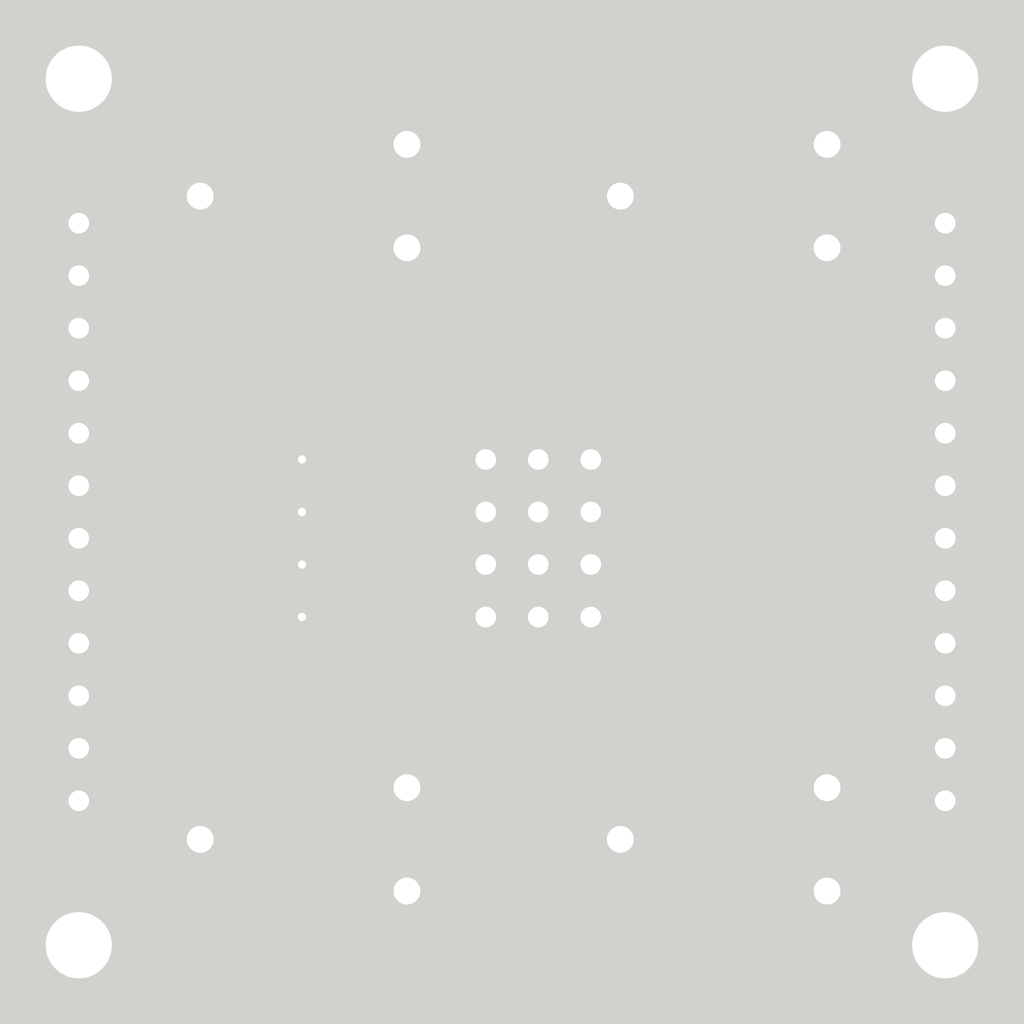
<source format=kicad_pcb>
(kicad_pcb (version 4) (host pcbnew 4.0.7+dfsg1-1~bpo9+1)

  (general
    (links 31)
    (no_connects 0)
    (area 0 0 0 0)
    (thickness 1.6)
    (drawings 23)
    (tracks 72)
    (zones 0)
    (modules 13)
    (nets 16)
  )

  (page A4)
  (layers
    (0 F.Cu signal)
    (31 B.Cu signal)
    (32 B.Adhes user)
    (33 F.Adhes user)
    (34 B.Paste user)
    (35 F.Paste user)
    (36 B.SilkS user)
    (37 F.SilkS user)
    (38 B.Mask user)
    (39 F.Mask user)
    (40 Dwgs.User user)
    (41 Cmts.User user)
    (42 Eco1.User user)
    (43 Eco2.User user)
    (44 Edge.Cuts user)
    (45 Margin user)
    (46 B.CrtYd user)
    (47 F.CrtYd user)
    (48 B.Fab user)
    (49 F.Fab user)
  )

  (setup
    (last_trace_width 0.25)
    (user_trace_width 0.5)
    (trace_clearance 0.2)
    (zone_clearance 0.508)
    (zone_45_only no)
    (trace_min 0.2)
    (segment_width 0.2)
    (edge_width 0.1)
    (via_size 0.6)
    (via_drill 0.4)
    (via_min_size 0.4)
    (via_min_drill 0.3)
    (uvia_size 0.3)
    (uvia_drill 0.1)
    (uvias_allowed no)
    (uvia_min_size 0.2)
    (uvia_min_drill 0.1)
    (pcb_text_width 0.3)
    (pcb_text_size 1.5 1.5)
    (mod_edge_width 0.15)
    (mod_text_size 1 1)
    (mod_text_width 0.15)
    (pad_size 1.5 1.5)
    (pad_drill 0.6)
    (pad_to_mask_clearance 0)
    (aux_axis_origin 0 0)
    (visible_elements FFFEFF7F)
    (pcbplotparams
      (layerselection 0x00030_80000001)
      (usegerberextensions false)
      (excludeedgelayer true)
      (linewidth 0.100000)
      (plotframeref false)
      (viasonmask false)
      (mode 1)
      (useauxorigin false)
      (hpglpennumber 1)
      (hpglpenspeed 20)
      (hpglpendiameter 15)
      (hpglpenoverlay 2)
      (psnegative false)
      (psa4output false)
      (plotreference true)
      (plotvalue true)
      (plotinvisibletext false)
      (padsonsilk false)
      (subtractmaskfromsilk false)
      (outputformat 1)
      (mirror false)
      (drillshape 1)
      (scaleselection 1)
      (outputdirectory ""))
  )

  (net 0 "")
  (net 1 /D0)
  (net 2 /D1)
  (net 3 /D2)
  (net 4 /D3)
  (net 5 /D4)
  (net 6 /D5)
  (net 7 /D6)
  (net 8 /D7)
  (net 9 /VIN2)
  (net 10 /VCC2)
  (net 11 /GND2)
  (net 12 "Net-(J5-Pad1)")
  (net 13 "Net-(J5-Pad2)")
  (net 14 "Net-(J5-Pad3)")
  (net 15 "Net-(J5-Pad4)")

  (net_class Default "This is the default net class."
    (clearance 0.2)
    (trace_width 0.25)
    (via_dia 0.6)
    (via_drill 0.4)
    (uvia_dia 0.3)
    (uvia_drill 0.1)
    (add_net /D0)
    (add_net /D1)
    (add_net /D2)
    (add_net /D3)
    (add_net /D4)
    (add_net /D5)
    (add_net /D6)
    (add_net /D7)
    (add_net /GND2)
    (add_net /VCC2)
    (add_net /VIN2)
    (add_net "Net-(J5-Pad1)")
    (add_net "Net-(J5-Pad2)")
    (add_net "Net-(J5-Pad3)")
    (add_net "Net-(J5-Pad4)")
  )

  (module Pin_Headers:Pin_Header_Straight_1x04_Pitch2.54mm (layer F.Cu) (tedit 5AC54621) (tstamp 5AC5396F)
    (at 203.2 104.775)
    (descr "Through hole straight pin header, 1x04, 2.54mm pitch, single row")
    (tags "Through hole pin header THT 1x04 2.54mm single row")
    (path /5AC54E1E)
    (fp_text reference J1 (at 0 -2.33) (layer F.Fab)
      (effects (font (size 1 1) (thickness 0.15)))
    )
    (fp_text value Choice (at 0 9.95) (layer F.Fab)
      (effects (font (size 1 1) (thickness 0.15)))
    )
    (fp_line (start -0.635 -1.27) (end 1.27 -1.27) (layer F.Fab) (width 0.1))
    (fp_line (start 1.27 -1.27) (end 1.27 8.89) (layer F.Fab) (width 0.1))
    (fp_line (start 1.27 8.89) (end -1.27 8.89) (layer F.Fab) (width 0.1))
    (fp_line (start -1.27 8.89) (end -1.27 -0.635) (layer F.Fab) (width 0.1))
    (fp_line (start -1.27 -0.635) (end -0.635 -1.27) (layer F.Fab) (width 0.1))
    (fp_line (start -1.33 8.95) (end 1.33 8.95) (layer F.SilkS) (width 0.12))
    (fp_line (start -1.33 1.27) (end -1.33 8.95) (layer F.SilkS) (width 0.12))
    (fp_line (start 1.33 1.27) (end 1.33 8.95) (layer F.SilkS) (width 0.12))
    (fp_line (start -1.33 1.27) (end 1.33 1.27) (layer F.SilkS) (width 0.12))
    (fp_line (start -1.33 0) (end -1.33 -1.33) (layer F.SilkS) (width 0.12))
    (fp_line (start -1.33 -1.33) (end 0 -1.33) (layer F.SilkS) (width 0.12))
    (fp_line (start -1.8 -1.8) (end -1.8 9.4) (layer F.CrtYd) (width 0.05))
    (fp_line (start -1.8 9.4) (end 1.8 9.4) (layer F.CrtYd) (width 0.05))
    (fp_line (start 1.8 9.4) (end 1.8 -1.8) (layer F.CrtYd) (width 0.05))
    (fp_line (start 1.8 -1.8) (end -1.8 -1.8) (layer F.CrtYd) (width 0.05))
    (fp_text user %R (at 0 3.81 90) (layer F.Fab)
      (effects (font (size 1 1) (thickness 0.15)))
    )
    (pad 1 thru_hole rect (at 0 0) (size 1.7 1.7) (drill 1) (layers *.Cu *.Mask)
      (net 1 /D0))
    (pad 2 thru_hole oval (at 0 2.54) (size 1.7 1.7) (drill 1) (layers *.Cu *.Mask)
      (net 2 /D1))
    (pad 3 thru_hole oval (at 0 5.08) (size 1.7 1.7) (drill 1) (layers *.Cu *.Mask)
      (net 3 /D2))
    (pad 4 thru_hole oval (at 0 7.62) (size 1.7 1.7) (drill 1) (layers *.Cu *.Mask)
      (net 4 /D3))
    (model ${KISYS3DMOD}/Pin_Headers.3dshapes/Pin_Header_Straight_1x04_Pitch2.54mm.wrl
      (at (xyz 0 0 0))
      (scale (xyz 1 1 1))
      (rotate (xyz 0 0 0))
    )
  )

  (module Mounting_Holes:MountingHole_3.2mm_M3 (layer F.Cu) (tedit 5AE87EB5) (tstamp 5AD3E07C)
    (at 178.435 86.36)
    (descr "Mounting Hole 3.2mm, no annular, M3")
    (tags "mounting hole 3.2mm no annular m3")
    (fp_text reference X (at 0 0) (layer F.Fab)
      (effects (font (size 1 1) (thickness 0.15)))
    )
    (fp_text value M3 (at 0 2.54) (layer F.Fab)
      (effects (font (size 1 1) (thickness 0.15)))
    )
    (fp_circle (center 0 0) (end 3.2 0) (layer Cmts.User) (width 0.15))
    (fp_circle (center 0 0) (end 3.45 0) (layer F.CrtYd) (width 0.05))
    (pad 1 np_thru_hole circle (at 0 0) (size 3.2 3.2) (drill 3.2) (layers *.Cu *.Mask))
  )

  (module Mounting_Holes:MountingHole_3.2mm_M3 (layer F.Cu) (tedit 5AC3E0E2) (tstamp 5AD3E089)
    (at 220.345 128.27)
    (descr "Mounting Hole 3.2mm, no annular, M3")
    (tags "mounting hole 3.2mm no annular m3")
    (fp_text reference "" (at 0 -4.2) (layer F.Fab)
      (effects (font (size 1 1) (thickness 0.15)))
    )
    (fp_text value M3 (at 0 2.54) (layer F.Fab)
      (effects (font (size 1 1) (thickness 0.15)))
    )
    (fp_circle (center 0 0) (end 3.2 0) (layer Cmts.User) (width 0.15))
    (fp_circle (center 0 0) (end 3.45 0) (layer F.CrtYd) (width 0.05))
    (pad 1 np_thru_hole circle (at 0 0) (size 3.2 3.2) (drill 3.2) (layers *.Cu *.Mask))
  )

  (module Mounting_Holes:MountingHole_3.2mm_M3 (layer F.Cu) (tedit 5AE87EBF) (tstamp 5AD3DFF5)
    (at 220.345 86.36)
    (descr "Mounting Hole 3.2mm, no annular, M3")
    (tags "mounting hole 3.2mm no annular m3")
    (fp_text reference X (at 0 0) (layer F.Fab)
      (effects (font (size 1 1) (thickness 0.15)))
    )
    (fp_text value M3 (at 0 2.54) (layer F.Fab)
      (effects (font (size 1 1) (thickness 0.15)))
    )
    (fp_circle (center 0 0) (end 3.2 0) (layer Cmts.User) (width 0.15))
    (fp_circle (center 0 0) (end 3.45 0) (layer F.CrtYd) (width 0.05))
    (pad 1 np_thru_hole circle (at 0 0) (size 3.2 3.2) (drill 3.2) (layers *.Cu *.Mask))
  )

  (module Mounting_Holes:MountingHole_3.2mm_M3 (layer F.Cu) (tedit 5AC3E0E0) (tstamp 5AD3E096)
    (at 178.435 128.27)
    (descr "Mounting Hole 3.2mm, no annular, M3")
    (tags "mounting hole 3.2mm no annular m3")
    (fp_text reference "" (at 0 -4.2) (layer F.Fab)
      (effects (font (size 1 1) (thickness 0.15)))
    )
    (fp_text value M3 (at 0 2.54) (layer F.Fab)
      (effects (font (size 1 1) (thickness 0.15)))
    )
    (fp_circle (center 0 0) (end 3.2 0) (layer Cmts.User) (width 0.15))
    (fp_circle (center 0 0) (end 3.45 0) (layer F.CrtYd) (width 0.05))
    (pad 1 np_thru_hole circle (at 0 0) (size 3.2 3.2) (drill 3.2) (layers *.Cu *.Mask))
  )

  (module Pin_Headers:Pin_Header_Straight_1x12_Pitch2.54mm (layer F.Cu) (tedit 5AE87EF9) (tstamp 5AC52305)
    (at 178.435 93.345)
    (descr "Through hole straight pin header, 1x12, 2.54mm pitch, single row")
    (tags "Through hole pin header THT 1x12 2.54mm single row")
    (path /5AC3F374)
    (fp_text reference I2 (at 0 -2.33) (layer F.Fab)
      (effects (font (size 1 1) (thickness 0.15)))
    )
    (fp_text value Input (at 0 30.27) (layer F.Fab)
      (effects (font (size 1 1) (thickness 0.15)))
    )
    (fp_line (start -0.635 -1.27) (end 1.27 -1.27) (layer F.Fab) (width 0.1))
    (fp_line (start 1.27 -1.27) (end 1.27 29.21) (layer F.Fab) (width 0.1))
    (fp_line (start 1.27 29.21) (end -1.27 29.21) (layer F.Fab) (width 0.1))
    (fp_line (start -1.27 29.21) (end -1.27 -0.635) (layer F.Fab) (width 0.1))
    (fp_line (start -1.27 -0.635) (end -0.635 -1.27) (layer F.Fab) (width 0.1))
    (fp_line (start -1.33 29.27) (end 1.33 29.27) (layer F.SilkS) (width 0.12))
    (fp_line (start -1.33 1.27) (end -1.33 29.27) (layer F.SilkS) (width 0.12))
    (fp_line (start 1.33 1.27) (end 1.33 29.27) (layer F.SilkS) (width 0.12))
    (fp_line (start -1.33 1.27) (end 1.33 1.27) (layer F.SilkS) (width 0.12))
    (fp_line (start -1.33 0) (end -1.33 -1.33) (layer F.SilkS) (width 0.12))
    (fp_line (start -1.33 -1.33) (end 0 -1.33) (layer F.SilkS) (width 0.12))
    (fp_line (start -1.8 -1.8) (end -1.8 29.75) (layer F.CrtYd) (width 0.05))
    (fp_line (start -1.8 29.75) (end 1.8 29.75) (layer F.CrtYd) (width 0.05))
    (fp_line (start 1.8 29.75) (end 1.8 -1.8) (layer F.CrtYd) (width 0.05))
    (fp_line (start 1.8 -1.8) (end -1.8 -1.8) (layer F.CrtYd) (width 0.05))
    (fp_text user %R (at 0 13.97 90) (layer F.Fab)
      (effects (font (size 1 1) (thickness 0.15)))
    )
    (pad 1 thru_hole rect (at 0 0) (size 1.7 1.7) (drill 1) (layers *.Cu *.Mask)
      (net 9 /VIN2))
    (pad 2 thru_hole oval (at 0 2.54) (size 1.7 1.7) (drill 1) (layers *.Cu *.Mask)
      (net 10 /VCC2))
    (pad 3 thru_hole oval (at 0 5.08) (size 1.7 1.7) (drill 1) (layers *.Cu *.Mask)
      (net 11 /GND2))
    (pad 4 thru_hole oval (at 0 7.62) (size 1.7 1.7) (drill 1) (layers *.Cu *.Mask))
    (pad 5 thru_hole oval (at 0 10.16) (size 1.7 1.7) (drill 1) (layers *.Cu *.Mask)
      (net 1 /D0))
    (pad 6 thru_hole oval (at 0 12.7) (size 1.7 1.7) (drill 1) (layers *.Cu *.Mask)
      (net 2 /D1))
    (pad 7 thru_hole oval (at 0 15.24) (size 1.7 1.7) (drill 1) (layers *.Cu *.Mask)
      (net 3 /D2))
    (pad 8 thru_hole oval (at 0 17.78) (size 1.7 1.7) (drill 1) (layers *.Cu *.Mask)
      (net 4 /D3))
    (pad 9 thru_hole oval (at 0 20.32) (size 1.7 1.7) (drill 1) (layers *.Cu *.Mask)
      (net 5 /D4))
    (pad 10 thru_hole oval (at 0 22.86) (size 1.7 1.7) (drill 1) (layers *.Cu *.Mask)
      (net 6 /D5))
    (pad 11 thru_hole oval (at 0 25.4) (size 1.7 1.7) (drill 1) (layers *.Cu *.Mask)
      (net 7 /D6))
    (pad 12 thru_hole oval (at 0 27.94) (size 1.7 1.7) (drill 1) (layers *.Cu *.Mask)
      (net 8 /D7))
    (model ${KISYS3DMOD}/Pin_Headers.3dshapes/Pin_Header_Straight_1x12_Pitch2.54mm.wrl
      (at (xyz 0 0 0))
      (scale (xyz 1 1 1))
      (rotate (xyz 0 0 0))
    )
  )

  (module Socket_Strips:Socket_Strip_Straight_1x12_Pitch2.54mm (layer F.Cu) (tedit 5AE87F03) (tstamp 5AC52343)
    (at 220.345 93.345)
    (descr "Through hole straight socket strip, 1x12, 2.54mm pitch, single row")
    (tags "Through hole socket strip THT 1x12 2.54mm single row")
    (path /5AC3F2A9)
    (fp_text reference O2 (at 0 -2.33) (layer F.Fab)
      (effects (font (size 1 1) (thickness 0.15)))
    )
    (fp_text value Output (at 0 30.27) (layer F.Fab)
      (effects (font (size 1 1) (thickness 0.15)))
    )
    (fp_line (start -1.27 -1.27) (end -1.27 29.21) (layer F.Fab) (width 0.1))
    (fp_line (start -1.27 29.21) (end 1.27 29.21) (layer F.Fab) (width 0.1))
    (fp_line (start 1.27 29.21) (end 1.27 -1.27) (layer F.Fab) (width 0.1))
    (fp_line (start 1.27 -1.27) (end -1.27 -1.27) (layer F.Fab) (width 0.1))
    (fp_line (start -1.33 1.27) (end -1.33 29.27) (layer F.SilkS) (width 0.12))
    (fp_line (start -1.33 29.27) (end 1.33 29.27) (layer F.SilkS) (width 0.12))
    (fp_line (start 1.33 29.27) (end 1.33 1.27) (layer F.SilkS) (width 0.12))
    (fp_line (start 1.33 1.27) (end -1.33 1.27) (layer F.SilkS) (width 0.12))
    (fp_line (start -1.33 0) (end -1.33 -1.33) (layer F.SilkS) (width 0.12))
    (fp_line (start -1.33 -1.33) (end 0 -1.33) (layer F.SilkS) (width 0.12))
    (fp_line (start -1.8 -1.8) (end -1.8 29.75) (layer F.CrtYd) (width 0.05))
    (fp_line (start -1.8 29.75) (end 1.8 29.75) (layer F.CrtYd) (width 0.05))
    (fp_line (start 1.8 29.75) (end 1.8 -1.8) (layer F.CrtYd) (width 0.05))
    (fp_line (start 1.8 -1.8) (end -1.8 -1.8) (layer F.CrtYd) (width 0.05))
    (fp_text user %R (at 0 -2.33) (layer F.Fab) hide
      (effects (font (size 1 1) (thickness 0.15)))
    )
    (pad 1 thru_hole rect (at 0 0) (size 1.7 1.7) (drill 1) (layers *.Cu *.Mask)
      (net 9 /VIN2))
    (pad 2 thru_hole oval (at 0 2.54) (size 1.7 1.7) (drill 1) (layers *.Cu *.Mask)
      (net 10 /VCC2))
    (pad 3 thru_hole oval (at 0 5.08) (size 1.7 1.7) (drill 1) (layers *.Cu *.Mask)
      (net 11 /GND2))
    (pad 4 thru_hole oval (at 0 7.62) (size 1.7 1.7) (drill 1) (layers *.Cu *.Mask))
    (pad 5 thru_hole oval (at 0 10.16) (size 1.7 1.7) (drill 1) (layers *.Cu *.Mask)
      (net 1 /D0))
    (pad 6 thru_hole oval (at 0 12.7) (size 1.7 1.7) (drill 1) (layers *.Cu *.Mask)
      (net 2 /D1))
    (pad 7 thru_hole oval (at 0 15.24) (size 1.7 1.7) (drill 1) (layers *.Cu *.Mask)
      (net 3 /D2))
    (pad 8 thru_hole oval (at 0 17.78) (size 1.7 1.7) (drill 1) (layers *.Cu *.Mask)
      (net 4 /D3))
    (pad 9 thru_hole oval (at 0 20.32) (size 1.7 1.7) (drill 1) (layers *.Cu *.Mask)
      (net 5 /D4))
    (pad 10 thru_hole oval (at 0 22.86) (size 1.7 1.7) (drill 1) (layers *.Cu *.Mask)
      (net 6 /D5))
    (pad 11 thru_hole oval (at 0 25.4) (size 1.7 1.7) (drill 1) (layers *.Cu *.Mask)
      (net 7 /D6))
    (pad 12 thru_hole oval (at 0 27.94) (size 1.7 1.7) (drill 1) (layers *.Cu *.Mask)
      (net 8 /D7))
    (model ${KISYS3DMOD}/Socket_Strips.3dshapes/Socket_Strip_Straight_1x12_Pitch2.54mm.wrl
      (at (xyz 0 -0.55 0))
      (scale (xyz 1 1 1))
      (rotate (xyz 0 0 270))
    )
  )

  (module Potentiometers:Potentiometer_Trimmer_Piher_PT-10v10_Horizontal_Px10.0mm_Py5.0mm (layer F.Cu) (tedit 5AC5F016) (tstamp 5AC52A0C)
    (at 194.31 89.535 180)
    (descr "Potentiometer, horizontally mounted, Omeg PC16PU, Omeg PC16PU, Omeg PC16PU, Vishay/Spectrol 248GJ/249GJ Single, Vishay/Spectrol 248GJ/249GJ Single, Vishay/Spectrol 248GJ/249GJ Single, Vishay/Spectrol 248GH/249GH Single, Vishay/Spectrol 148/149 Single, Vishay/Spectrol 148/149 Single, Vishay/Spectrol 148/149 Single, Vishay/Spectrol 148A/149A Single with mounting plates, Vishay/Spectrol 148/149 Double, Vishay/Spectrol 148A/149A Double with mounting plates, Piher PC-16 Single, Piher PC-16 Single, Piher PC-16 Single, Piher PC-16SV Single, Piher PC-16 Double, Piher PC-16 Triple, Piher T16H Single, Piher T16L Single, Piher T16H Double, Alps RK163 Single, Alps RK163 Double, Alps RK097 Single, Alps RK097 Double, Bourns PTV09A-2 Single with mounting sleve Single, Bourns PTV09A-1 with mounting sleve Single, Bourns PRS11S Single, Alps RK09K Single with mounting sleve Single, Alps RK09K with mounting sleve Single, Alps RK09L Single, Alps RK09L Single, Alps RK09L Double, Alps RK09L Double, Alps RK09Y Single, Bourns 3339S Single, Bourns 3339S Single, Bourns 3339P Single, Bourns 3339H Single, Vishay T7YA Single, Suntan TSR-3386H Single, Suntan TSR-3386H Single, Suntan TSR-3386P Single, Vishay T73XX Single, Vishay T73XX Single, Vishay T73YP Single, Piher PT-6h Single, Piher PT-6v Single, Piher PT-6v Single, Piher PT-10h2.5 Single, Piher PT-10h5 Single, Piher PT-101h3.8 Single, Piher PT-10v10 Single, http://www.piher-nacesa.com/pdf/12-PT10v03.pdf")
    (tags "Potentiometer horizontal  Omeg PC16PU  Omeg PC16PU  Omeg PC16PU  Vishay/Spectrol 248GJ/249GJ Single  Vishay/Spectrol 248GJ/249GJ Single  Vishay/Spectrol 248GJ/249GJ Single  Vishay/Spectrol 248GH/249GH Single  Vishay/Spectrol 148/149 Single  Vishay/Spectrol 148/149 Single  Vishay/Spectrol 148/149 Single  Vishay/Spectrol 148A/149A Single with mounting plates  Vishay/Spectrol 148/149 Double  Vishay/Spectrol 148A/149A Double with mounting plates  Piher PC-16 Single  Piher PC-16 Single  Piher PC-16 Single  Piher PC-16SV Single  Piher PC-16 Double  Piher PC-16 Triple  Piher T16H Single  Piher T16L Single  Piher T16H Double  Alps RK163 Single  Alps RK163 Double  Alps RK097 Single  Alps RK097 Double  Bourns PTV09A-2 Single with mounting sleve Single  Bourns PTV09A-1 with mounting sleve Single  Bourns PRS11S Single  Alps RK09K Single with mounting sleve Single  Alps RK09K with mounting sleve Single  Alps RK09L Single  Alps RK09L Single  Alps RK09L Double  Alps RK09L Double  Alps RK09Y Single  Bourns 3339S Single  Bourns 3339S Single  Bourns 3339P Single  Bourns 3339H Single  Vishay T7YA Single  Suntan TSR-3386H Single  Suntan TSR-3386H Single  Suntan TSR-3386P Single  Vishay T73XX Single  Vishay T73XX Single  Vishay T73YP Single  Piher PT-6h Single  Piher PT-6v Single  Piher PT-6v Single  Piher PT-10h2.5 Single  Piher PT-10h5 Single  Piher PT-101h3.8 Single  Piher PT-10v10 Single")
    (path /5AC53EC4)
    (fp_text reference RV1 (at 5.08 -2.54 180) (layer F.SilkS)
      (effects (font (size 1 1) (thickness 0.15)))
    )
    (fp_text value POT (at 5 3.75 180) (layer F.Fab)
      (effects (font (size 1 1) (thickness 0.15)))
    )
    (fp_arc (start 5 -2.65) (end 5 2.56) (angle -74) (layer F.SilkS) (width 0.12))
    (fp_arc (start 5 -2.65) (end 10.077 -3.821) (angle -127) (layer F.SilkS) (width 0.12))
    (fp_arc (start 5 -2.65) (end -0.115 -3.644) (angle -26) (layer F.SilkS) (width 0.12))
    (fp_arc (start 5 -2.65) (end 1.128 0.836) (angle -49) (layer F.SilkS) (width 0.12))
    (fp_circle (center 5 -2.65) (end 10.15 -2.65) (layer F.Fab) (width 0.1))
    (fp_circle (center 5 -2.65) (end 6.75 -2.65) (layer F.Fab) (width 0.1))
    (fp_circle (center 5 -2.65) (end 6.5 -2.65) (layer F.Fab) (width 0.1))
    (fp_circle (center 5 -2.65) (end 6.5 -2.65) (layer F.SilkS) (width 0.12))
    (fp_line (start -1.45 -8.05) (end -1.45 2.75) (layer F.CrtYd) (width 0.05))
    (fp_line (start -1.45 2.75) (end 11.45 2.75) (layer F.CrtYd) (width 0.05))
    (fp_line (start 11.45 2.75) (end 11.45 -8.05) (layer F.CrtYd) (width 0.05))
    (fp_line (start 11.45 -8.05) (end -1.45 -8.05) (layer F.CrtYd) (width 0.05))
    (pad 3 thru_hole circle (at 0 -5 180) (size 2.34 2.34) (drill 1.3) (layers *.Cu *.Mask)
      (net 11 /GND2))
    (pad 2 thru_hole circle (at 10 -2.5 180) (size 2.34 2.34) (drill 1.3) (layers *.Cu *.Mask)
      (net 15 "Net-(J5-Pad4)"))
    (pad 1 thru_hole circle (at 0 0 180) (size 2.34 2.34) (drill 1.3) (layers *.Cu *.Mask)
      (net 10 /VCC2))
    (model Potentiometers.3dshapes/Potentiometer_Trimmer_Piher_PT-10v10_Horizontal_Px10.0mm_Py5.0mm.wrl
      (at (xyz 0 0 0))
      (scale (xyz 0.393701 0.393701 0.393701))
      (rotate (xyz 0 0 0))
    )
  )

  (module Potentiometers:Potentiometer_Trimmer_Piher_PT-10v10_Horizontal_Px10.0mm_Py5.0mm (layer F.Cu) (tedit 5AC5F012) (tstamp 5AC52A1F)
    (at 214.63 89.535 180)
    (descr "Potentiometer, horizontally mounted, Omeg PC16PU, Omeg PC16PU, Omeg PC16PU, Vishay/Spectrol 248GJ/249GJ Single, Vishay/Spectrol 248GJ/249GJ Single, Vishay/Spectrol 248GJ/249GJ Single, Vishay/Spectrol 248GH/249GH Single, Vishay/Spectrol 148/149 Single, Vishay/Spectrol 148/149 Single, Vishay/Spectrol 148/149 Single, Vishay/Spectrol 148A/149A Single with mounting plates, Vishay/Spectrol 148/149 Double, Vishay/Spectrol 148A/149A Double with mounting plates, Piher PC-16 Single, Piher PC-16 Single, Piher PC-16 Single, Piher PC-16SV Single, Piher PC-16 Double, Piher PC-16 Triple, Piher T16H Single, Piher T16L Single, Piher T16H Double, Alps RK163 Single, Alps RK163 Double, Alps RK097 Single, Alps RK097 Double, Bourns PTV09A-2 Single with mounting sleve Single, Bourns PTV09A-1 with mounting sleve Single, Bourns PRS11S Single, Alps RK09K Single with mounting sleve Single, Alps RK09K with mounting sleve Single, Alps RK09L Single, Alps RK09L Single, Alps RK09L Double, Alps RK09L Double, Alps RK09Y Single, Bourns 3339S Single, Bourns 3339S Single, Bourns 3339P Single, Bourns 3339H Single, Vishay T7YA Single, Suntan TSR-3386H Single, Suntan TSR-3386H Single, Suntan TSR-3386P Single, Vishay T73XX Single, Vishay T73XX Single, Vishay T73YP Single, Piher PT-6h Single, Piher PT-6v Single, Piher PT-6v Single, Piher PT-10h2.5 Single, Piher PT-10h5 Single, Piher PT-101h3.8 Single, Piher PT-10v10 Single, http://www.piher-nacesa.com/pdf/12-PT10v03.pdf")
    (tags "Potentiometer horizontal  Omeg PC16PU  Omeg PC16PU  Omeg PC16PU  Vishay/Spectrol 248GJ/249GJ Single  Vishay/Spectrol 248GJ/249GJ Single  Vishay/Spectrol 248GJ/249GJ Single  Vishay/Spectrol 248GH/249GH Single  Vishay/Spectrol 148/149 Single  Vishay/Spectrol 148/149 Single  Vishay/Spectrol 148/149 Single  Vishay/Spectrol 148A/149A Single with mounting plates  Vishay/Spectrol 148/149 Double  Vishay/Spectrol 148A/149A Double with mounting plates  Piher PC-16 Single  Piher PC-16 Single  Piher PC-16 Single  Piher PC-16SV Single  Piher PC-16 Double  Piher PC-16 Triple  Piher T16H Single  Piher T16L Single  Piher T16H Double  Alps RK163 Single  Alps RK163 Double  Alps RK097 Single  Alps RK097 Double  Bourns PTV09A-2 Single with mounting sleve Single  Bourns PTV09A-1 with mounting sleve Single  Bourns PRS11S Single  Alps RK09K Single with mounting sleve Single  Alps RK09K with mounting sleve Single  Alps RK09L Single  Alps RK09L Single  Alps RK09L Double  Alps RK09L Double  Alps RK09Y Single  Bourns 3339S Single  Bourns 3339S Single  Bourns 3339P Single  Bourns 3339H Single  Vishay T7YA Single  Suntan TSR-3386H Single  Suntan TSR-3386H Single  Suntan TSR-3386P Single  Vishay T73XX Single  Vishay T73XX Single  Vishay T73YP Single  Piher PT-6h Single  Piher PT-6v Single  Piher PT-6v Single  Piher PT-10h2.5 Single  Piher PT-10h5 Single  Piher PT-101h3.8 Single  Piher PT-10v10 Single")
    (path /5AC53F64)
    (fp_text reference RV2 (at 5.08 -2.54 180) (layer F.SilkS)
      (effects (font (size 1 1) (thickness 0.15)))
    )
    (fp_text value POT (at 5 3.75 180) (layer F.Fab)
      (effects (font (size 1 1) (thickness 0.15)))
    )
    (fp_arc (start 5 -2.65) (end 5 2.56) (angle -74) (layer F.SilkS) (width 0.12))
    (fp_arc (start 5 -2.65) (end 10.077 -3.821) (angle -127) (layer F.SilkS) (width 0.12))
    (fp_arc (start 5 -2.65) (end -0.115 -3.644) (angle -26) (layer F.SilkS) (width 0.12))
    (fp_arc (start 5 -2.65) (end 1.128 0.836) (angle -49) (layer F.SilkS) (width 0.12))
    (fp_circle (center 5 -2.65) (end 10.15 -2.65) (layer F.Fab) (width 0.1))
    (fp_circle (center 5 -2.65) (end 6.75 -2.65) (layer F.Fab) (width 0.1))
    (fp_circle (center 5 -2.65) (end 6.5 -2.65) (layer F.Fab) (width 0.1))
    (fp_circle (center 5 -2.65) (end 6.5 -2.65) (layer F.SilkS) (width 0.12))
    (fp_line (start -1.45 -8.05) (end -1.45 2.75) (layer F.CrtYd) (width 0.05))
    (fp_line (start -1.45 2.75) (end 11.45 2.75) (layer F.CrtYd) (width 0.05))
    (fp_line (start 11.45 2.75) (end 11.45 -8.05) (layer F.CrtYd) (width 0.05))
    (fp_line (start 11.45 -8.05) (end -1.45 -8.05) (layer F.CrtYd) (width 0.05))
    (pad 3 thru_hole circle (at 0 -5 180) (size 2.34 2.34) (drill 1.3) (layers *.Cu *.Mask)
      (net 11 /GND2))
    (pad 2 thru_hole circle (at 10 -2.5 180) (size 2.34 2.34) (drill 1.3) (layers *.Cu *.Mask)
      (net 14 "Net-(J5-Pad3)"))
    (pad 1 thru_hole circle (at 0 0 180) (size 2.34 2.34) (drill 1.3) (layers *.Cu *.Mask)
      (net 10 /VCC2))
    (model Potentiometers.3dshapes/Potentiometer_Trimmer_Piher_PT-10v10_Horizontal_Px10.0mm_Py5.0mm.wrl
      (at (xyz 0 0 0))
      (scale (xyz 0.393701 0.393701 0.393701))
      (rotate (xyz 0 0 0))
    )
  )

  (module Potentiometers:Potentiometer_Trimmer_Piher_PT-10v10_Horizontal_Px10.0mm_Py5.0mm (layer F.Cu) (tedit 5AC5F00A) (tstamp 5AC52A32)
    (at 194.31 120.65 180)
    (descr "Potentiometer, horizontally mounted, Omeg PC16PU, Omeg PC16PU, Omeg PC16PU, Vishay/Spectrol 248GJ/249GJ Single, Vishay/Spectrol 248GJ/249GJ Single, Vishay/Spectrol 248GJ/249GJ Single, Vishay/Spectrol 248GH/249GH Single, Vishay/Spectrol 148/149 Single, Vishay/Spectrol 148/149 Single, Vishay/Spectrol 148/149 Single, Vishay/Spectrol 148A/149A Single with mounting plates, Vishay/Spectrol 148/149 Double, Vishay/Spectrol 148A/149A Double with mounting plates, Piher PC-16 Single, Piher PC-16 Single, Piher PC-16 Single, Piher PC-16SV Single, Piher PC-16 Double, Piher PC-16 Triple, Piher T16H Single, Piher T16L Single, Piher T16H Double, Alps RK163 Single, Alps RK163 Double, Alps RK097 Single, Alps RK097 Double, Bourns PTV09A-2 Single with mounting sleve Single, Bourns PTV09A-1 with mounting sleve Single, Bourns PRS11S Single, Alps RK09K Single with mounting sleve Single, Alps RK09K with mounting sleve Single, Alps RK09L Single, Alps RK09L Single, Alps RK09L Double, Alps RK09L Double, Alps RK09Y Single, Bourns 3339S Single, Bourns 3339S Single, Bourns 3339P Single, Bourns 3339H Single, Vishay T7YA Single, Suntan TSR-3386H Single, Suntan TSR-3386H Single, Suntan TSR-3386P Single, Vishay T73XX Single, Vishay T73XX Single, Vishay T73YP Single, Piher PT-6h Single, Piher PT-6v Single, Piher PT-6v Single, Piher PT-10h2.5 Single, Piher PT-10h5 Single, Piher PT-101h3.8 Single, Piher PT-10v10 Single, http://www.piher-nacesa.com/pdf/12-PT10v03.pdf")
    (tags "Potentiometer horizontal  Omeg PC16PU  Omeg PC16PU  Omeg PC16PU  Vishay/Spectrol 248GJ/249GJ Single  Vishay/Spectrol 248GJ/249GJ Single  Vishay/Spectrol 248GJ/249GJ Single  Vishay/Spectrol 248GH/249GH Single  Vishay/Spectrol 148/149 Single  Vishay/Spectrol 148/149 Single  Vishay/Spectrol 148/149 Single  Vishay/Spectrol 148A/149A Single with mounting plates  Vishay/Spectrol 148/149 Double  Vishay/Spectrol 148A/149A Double with mounting plates  Piher PC-16 Single  Piher PC-16 Single  Piher PC-16 Single  Piher PC-16SV Single  Piher PC-16 Double  Piher PC-16 Triple  Piher T16H Single  Piher T16L Single  Piher T16H Double  Alps RK163 Single  Alps RK163 Double  Alps RK097 Single  Alps RK097 Double  Bourns PTV09A-2 Single with mounting sleve Single  Bourns PTV09A-1 with mounting sleve Single  Bourns PRS11S Single  Alps RK09K Single with mounting sleve Single  Alps RK09K with mounting sleve Single  Alps RK09L Single  Alps RK09L Single  Alps RK09L Double  Alps RK09L Double  Alps RK09Y Single  Bourns 3339S Single  Bourns 3339S Single  Bourns 3339P Single  Bourns 3339H Single  Vishay T7YA Single  Suntan TSR-3386H Single  Suntan TSR-3386H Single  Suntan TSR-3386P Single  Vishay T73XX Single  Vishay T73XX Single  Vishay T73YP Single  Piher PT-6h Single  Piher PT-6v Single  Piher PT-6v Single  Piher PT-10h2.5 Single  Piher PT-10h5 Single  Piher PT-101h3.8 Single  Piher PT-10v10 Single")
    (path /5AC53FB1)
    (fp_text reference RV3 (at 5.08 -2.54 180) (layer F.SilkS)
      (effects (font (size 1 1) (thickness 0.15)))
    )
    (fp_text value POT (at 5 3.75 180) (layer F.Fab)
      (effects (font (size 1 1) (thickness 0.15)))
    )
    (fp_arc (start 5 -2.65) (end 5 2.56) (angle -74) (layer F.SilkS) (width 0.12))
    (fp_arc (start 5 -2.65) (end 10.077 -3.821) (angle -127) (layer F.SilkS) (width 0.12))
    (fp_arc (start 5 -2.65) (end -0.115 -3.644) (angle -26) (layer F.SilkS) (width 0.12))
    (fp_arc (start 5 -2.65) (end 1.128 0.836) (angle -49) (layer F.SilkS) (width 0.12))
    (fp_circle (center 5 -2.65) (end 10.15 -2.65) (layer F.Fab) (width 0.1))
    (fp_circle (center 5 -2.65) (end 6.75 -2.65) (layer F.Fab) (width 0.1))
    (fp_circle (center 5 -2.65) (end 6.5 -2.65) (layer F.Fab) (width 0.1))
    (fp_circle (center 5 -2.65) (end 6.5 -2.65) (layer F.SilkS) (width 0.12))
    (fp_line (start -1.45 -8.05) (end -1.45 2.75) (layer F.CrtYd) (width 0.05))
    (fp_line (start -1.45 2.75) (end 11.45 2.75) (layer F.CrtYd) (width 0.05))
    (fp_line (start 11.45 2.75) (end 11.45 -8.05) (layer F.CrtYd) (width 0.05))
    (fp_line (start 11.45 -8.05) (end -1.45 -8.05) (layer F.CrtYd) (width 0.05))
    (pad 3 thru_hole circle (at 0 -5 180) (size 2.34 2.34) (drill 1.3) (layers *.Cu *.Mask)
      (net 11 /GND2))
    (pad 2 thru_hole circle (at 10 -2.5 180) (size 2.34 2.34) (drill 1.3) (layers *.Cu *.Mask)
      (net 13 "Net-(J5-Pad2)"))
    (pad 1 thru_hole circle (at 0 0 180) (size 2.34 2.34) (drill 1.3) (layers *.Cu *.Mask)
      (net 10 /VCC2))
    (model Potentiometers.3dshapes/Potentiometer_Trimmer_Piher_PT-10v10_Horizontal_Px10.0mm_Py5.0mm.wrl
      (at (xyz 0 0 0))
      (scale (xyz 0.393701 0.393701 0.393701))
      (rotate (xyz 0 0 0))
    )
  )

  (module Potentiometers:Potentiometer_Trimmer_Piher_PT-10v10_Horizontal_Px10.0mm_Py5.0mm (layer F.Cu) (tedit 5AC5F00D) (tstamp 5AC52DE0)
    (at 214.63 120.65 180)
    (descr "Potentiometer, horizontally mounted, Omeg PC16PU, Omeg PC16PU, Omeg PC16PU, Vishay/Spectrol 248GJ/249GJ Single, Vishay/Spectrol 248GJ/249GJ Single, Vishay/Spectrol 248GJ/249GJ Single, Vishay/Spectrol 248GH/249GH Single, Vishay/Spectrol 148/149 Single, Vishay/Spectrol 148/149 Single, Vishay/Spectrol 148/149 Single, Vishay/Spectrol 148A/149A Single with mounting plates, Vishay/Spectrol 148/149 Double, Vishay/Spectrol 148A/149A Double with mounting plates, Piher PC-16 Single, Piher PC-16 Single, Piher PC-16 Single, Piher PC-16SV Single, Piher PC-16 Double, Piher PC-16 Triple, Piher T16H Single, Piher T16L Single, Piher T16H Double, Alps RK163 Single, Alps RK163 Double, Alps RK097 Single, Alps RK097 Double, Bourns PTV09A-2 Single with mounting sleve Single, Bourns PTV09A-1 with mounting sleve Single, Bourns PRS11S Single, Alps RK09K Single with mounting sleve Single, Alps RK09K with mounting sleve Single, Alps RK09L Single, Alps RK09L Single, Alps RK09L Double, Alps RK09L Double, Alps RK09Y Single, Bourns 3339S Single, Bourns 3339S Single, Bourns 3339P Single, Bourns 3339H Single, Vishay T7YA Single, Suntan TSR-3386H Single, Suntan TSR-3386H Single, Suntan TSR-3386P Single, Vishay T73XX Single, Vishay T73XX Single, Vishay T73YP Single, Piher PT-6h Single, Piher PT-6v Single, Piher PT-6v Single, Piher PT-10h2.5 Single, Piher PT-10h5 Single, Piher PT-101h3.8 Single, Piher PT-10v10 Single, http://www.piher-nacesa.com/pdf/12-PT10v03.pdf")
    (tags "Potentiometer horizontal  Omeg PC16PU  Omeg PC16PU  Omeg PC16PU  Vishay/Spectrol 248GJ/249GJ Single  Vishay/Spectrol 248GJ/249GJ Single  Vishay/Spectrol 248GJ/249GJ Single  Vishay/Spectrol 248GH/249GH Single  Vishay/Spectrol 148/149 Single  Vishay/Spectrol 148/149 Single  Vishay/Spectrol 148/149 Single  Vishay/Spectrol 148A/149A Single with mounting plates  Vishay/Spectrol 148/149 Double  Vishay/Spectrol 148A/149A Double with mounting plates  Piher PC-16 Single  Piher PC-16 Single  Piher PC-16 Single  Piher PC-16SV Single  Piher PC-16 Double  Piher PC-16 Triple  Piher T16H Single  Piher T16L Single  Piher T16H Double  Alps RK163 Single  Alps RK163 Double  Alps RK097 Single  Alps RK097 Double  Bourns PTV09A-2 Single with mounting sleve Single  Bourns PTV09A-1 with mounting sleve Single  Bourns PRS11S Single  Alps RK09K Single with mounting sleve Single  Alps RK09K with mounting sleve Single  Alps RK09L Single  Alps RK09L Single  Alps RK09L Double  Alps RK09L Double  Alps RK09Y Single  Bourns 3339S Single  Bourns 3339S Single  Bourns 3339P Single  Bourns 3339H Single  Vishay T7YA Single  Suntan TSR-3386H Single  Suntan TSR-3386H Single  Suntan TSR-3386P Single  Vishay T73XX Single  Vishay T73XX Single  Vishay T73YP Single  Piher PT-6h Single  Piher PT-6v Single  Piher PT-6v Single  Piher PT-10h2.5 Single  Piher PT-10h5 Single  Piher PT-101h3.8 Single  Piher PT-10v10 Single")
    (path /5AC54004)
    (fp_text reference RV4 (at 5.08 -2.54 180) (layer F.SilkS)
      (effects (font (size 1 1) (thickness 0.15)))
    )
    (fp_text value POT (at 5 3.75 180) (layer F.Fab)
      (effects (font (size 1 1) (thickness 0.15)))
    )
    (fp_arc (start 5 -2.65) (end 5 2.56) (angle -74) (layer F.SilkS) (width 0.12))
    (fp_arc (start 5 -2.65) (end 10.077 -3.821) (angle -127) (layer F.SilkS) (width 0.12))
    (fp_arc (start 5 -2.65) (end -0.115 -3.644) (angle -26) (layer F.SilkS) (width 0.12))
    (fp_arc (start 5 -2.65) (end 1.128 0.836) (angle -49) (layer F.SilkS) (width 0.12))
    (fp_circle (center 5 -2.65) (end 10.15 -2.65) (layer F.Fab) (width 0.1))
    (fp_circle (center 5 -2.65) (end 6.75 -2.65) (layer F.Fab) (width 0.1))
    (fp_circle (center 5 -2.65) (end 6.5 -2.65) (layer F.Fab) (width 0.1))
    (fp_circle (center 5 -2.65) (end 6.5 -2.65) (layer F.SilkS) (width 0.12))
    (fp_line (start -1.45 -8.05) (end -1.45 2.75) (layer F.CrtYd) (width 0.05))
    (fp_line (start -1.45 2.75) (end 11.45 2.75) (layer F.CrtYd) (width 0.05))
    (fp_line (start 11.45 2.75) (end 11.45 -8.05) (layer F.CrtYd) (width 0.05))
    (fp_line (start 11.45 -8.05) (end -1.45 -8.05) (layer F.CrtYd) (width 0.05))
    (pad 3 thru_hole circle (at 0 -5 180) (size 2.34 2.34) (drill 1.3) (layers *.Cu *.Mask)
      (net 11 /GND2))
    (pad 2 thru_hole circle (at 10 -2.5 180) (size 2.34 2.34) (drill 1.3) (layers *.Cu *.Mask)
      (net 12 "Net-(J5-Pad1)"))
    (pad 1 thru_hole circle (at 0 0 180) (size 2.34 2.34) (drill 1.3) (layers *.Cu *.Mask)
      (net 10 /VCC2))
    (model Potentiometers.3dshapes/Potentiometer_Trimmer_Piher_PT-10v10_Horizontal_Px10.0mm_Py5.0mm.wrl
      (at (xyz 0 0 0))
      (scale (xyz 0.393701 0.393701 0.393701))
      (rotate (xyz 0 0 0))
    )
  )

  (module Pin_Headers:Pin_Header_Straight_1x04_Pitch2.54mm (layer F.Cu) (tedit 5AC54613) (tstamp 5AC53987)
    (at 198.12 104.775)
    (descr "Through hole straight pin header, 1x04, 2.54mm pitch, single row")
    (tags "Through hole pin header THT 1x04 2.54mm single row")
    (path /5AC54E67)
    (fp_text reference J2 (at 0 -2.33) (layer F.Fab)
      (effects (font (size 1 1) (thickness 0.15)))
    )
    (fp_text value Choice (at 0 9.95) (layer F.Fab)
      (effects (font (size 1 1) (thickness 0.15)))
    )
    (fp_line (start -0.635 -1.27) (end 1.27 -1.27) (layer F.Fab) (width 0.1))
    (fp_line (start 1.27 -1.27) (end 1.27 8.89) (layer F.Fab) (width 0.1))
    (fp_line (start 1.27 8.89) (end -1.27 8.89) (layer F.Fab) (width 0.1))
    (fp_line (start -1.27 8.89) (end -1.27 -0.635) (layer F.Fab) (width 0.1))
    (fp_line (start -1.27 -0.635) (end -0.635 -1.27) (layer F.Fab) (width 0.1))
    (fp_line (start -1.33 8.95) (end 1.33 8.95) (layer F.SilkS) (width 0.12))
    (fp_line (start -1.33 1.27) (end -1.33 8.95) (layer F.SilkS) (width 0.12))
    (fp_line (start 1.33 1.27) (end 1.33 8.95) (layer F.SilkS) (width 0.12))
    (fp_line (start -1.33 1.27) (end 1.33 1.27) (layer F.SilkS) (width 0.12))
    (fp_line (start -1.33 0) (end -1.33 -1.33) (layer F.SilkS) (width 0.12))
    (fp_line (start -1.33 -1.33) (end 0 -1.33) (layer F.SilkS) (width 0.12))
    (fp_line (start -1.8 -1.8) (end -1.8 9.4) (layer F.CrtYd) (width 0.05))
    (fp_line (start -1.8 9.4) (end 1.8 9.4) (layer F.CrtYd) (width 0.05))
    (fp_line (start 1.8 9.4) (end 1.8 -1.8) (layer F.CrtYd) (width 0.05))
    (fp_line (start 1.8 -1.8) (end -1.8 -1.8) (layer F.CrtYd) (width 0.05))
    (fp_text user %R (at 0 3.81 90) (layer F.Fab)
      (effects (font (size 1 1) (thickness 0.15)))
    )
    (pad 1 thru_hole rect (at 0 0) (size 1.7 1.7) (drill 1) (layers *.Cu *.Mask)
      (net 5 /D4))
    (pad 2 thru_hole oval (at 0 2.54) (size 1.7 1.7) (drill 1) (layers *.Cu *.Mask)
      (net 6 /D5))
    (pad 3 thru_hole oval (at 0 5.08) (size 1.7 1.7) (drill 1) (layers *.Cu *.Mask)
      (net 7 /D6))
    (pad 4 thru_hole oval (at 0 7.62) (size 1.7 1.7) (drill 1) (layers *.Cu *.Mask)
      (net 8 /D7))
    (model ${KISYS3DMOD}/Pin_Headers.3dshapes/Pin_Header_Straight_1x04_Pitch2.54mm.wrl
      (at (xyz 0 0 0))
      (scale (xyz 1 1 1))
      (rotate (xyz 0 0 0))
    )
  )

  (module Pin_Headers:Pin_Header_Straight_1x04_Pitch2.54mm (layer F.Cu) (tedit 5AC5461B) (tstamp 5AC539CF)
    (at 200.66 112.395 180)
    (descr "Through hole straight pin header, 1x04, 2.54mm pitch, single row")
    (tags "Through hole pin header THT 1x04 2.54mm single row")
    (path /5AC54EB8)
    (fp_text reference J5 (at 0 -2.33 180) (layer F.Fab)
      (effects (font (size 1 1) (thickness 0.15)))
    )
    (fp_text value Select (at 0 9.95 180) (layer F.Fab)
      (effects (font (size 1 1) (thickness 0.15)))
    )
    (fp_line (start -0.635 -1.27) (end 1.27 -1.27) (layer F.Fab) (width 0.1))
    (fp_line (start 1.27 -1.27) (end 1.27 8.89) (layer F.Fab) (width 0.1))
    (fp_line (start 1.27 8.89) (end -1.27 8.89) (layer F.Fab) (width 0.1))
    (fp_line (start -1.27 8.89) (end -1.27 -0.635) (layer F.Fab) (width 0.1))
    (fp_line (start -1.27 -0.635) (end -0.635 -1.27) (layer F.Fab) (width 0.1))
    (fp_line (start -1.33 8.95) (end 1.33 8.95) (layer F.SilkS) (width 0.12))
    (fp_line (start -1.33 1.27) (end -1.33 8.95) (layer F.SilkS) (width 0.12))
    (fp_line (start 1.33 1.27) (end 1.33 8.95) (layer F.SilkS) (width 0.12))
    (fp_line (start -1.33 1.27) (end 1.33 1.27) (layer F.SilkS) (width 0.12))
    (fp_line (start -1.33 0) (end -1.33 -1.33) (layer F.SilkS) (width 0.12))
    (fp_line (start -1.33 -1.33) (end 0 -1.33) (layer F.SilkS) (width 0.12))
    (fp_line (start -1.8 -1.8) (end -1.8 9.4) (layer F.CrtYd) (width 0.05))
    (fp_line (start -1.8 9.4) (end 1.8 9.4) (layer F.CrtYd) (width 0.05))
    (fp_line (start 1.8 9.4) (end 1.8 -1.8) (layer F.CrtYd) (width 0.05))
    (fp_line (start 1.8 -1.8) (end -1.8 -1.8) (layer F.CrtYd) (width 0.05))
    (fp_text user %R (at 0 3.81 270) (layer F.Fab)
      (effects (font (size 1 1) (thickness 0.15)))
    )
    (pad 1 thru_hole rect (at 0 0 180) (size 1.7 1.7) (drill 1) (layers *.Cu *.Mask)
      (net 12 "Net-(J5-Pad1)"))
    (pad 2 thru_hole oval (at 0 2.54 180) (size 1.7 1.7) (drill 1) (layers *.Cu *.Mask)
      (net 13 "Net-(J5-Pad2)"))
    (pad 3 thru_hole oval (at 0 5.08 180) (size 1.7 1.7) (drill 1) (layers *.Cu *.Mask)
      (net 14 "Net-(J5-Pad3)"))
    (pad 4 thru_hole oval (at 0 7.62 180) (size 1.7 1.7) (drill 1) (layers *.Cu *.Mask)
      (net 15 "Net-(J5-Pad4)"))
    (model ${KISYS3DMOD}/Pin_Headers.3dshapes/Pin_Header_Straight_1x04_Pitch2.54mm.wrl
      (at (xyz 0 0 0))
      (scale (xyz 1 1 1))
      (rotate (xyz 0 0 0))
    )
  )

  (gr_text "POTS v1.1" (at 199.39 85.09) (layer F.SilkS)
    (effects (font (size 1.5 1.5) (thickness 0.3)))
  )
  (gr_text H (at 181.61 121.285) (layer F.SilkS)
    (effects (font (size 1.5 1.5) (thickness 0.3)))
  )
  (gr_text G (at 181.61 118.745) (layer F.SilkS)
    (effects (font (size 1.5 1.5) (thickness 0.3)))
  )
  (gr_text F (at 181.61 116.205) (layer F.SilkS)
    (effects (font (size 1.5 1.5) (thickness 0.3)))
  )
  (gr_text E (at 181.61 113.665) (layer F.SilkS)
    (effects (font (size 1.5 1.5) (thickness 0.3)))
  )
  (gr_text D (at 181.61 111.125) (layer F.SilkS)
    (effects (font (size 1.5 1.5) (thickness 0.3)))
  )
  (gr_text C (at 181.61 108.585) (layer F.SilkS)
    (effects (font (size 1.5 1.5) (thickness 0.3)))
  )
  (gr_text B (at 181.61 106.045) (layer F.SilkS)
    (effects (font (size 1.5 1.5) (thickness 0.3)))
  )
  (gr_text A (at 181.61 103.505) (layer F.SilkS)
    (effects (font (size 1.5 1.5) (thickness 0.3)))
  )
  (gr_text nickthecoder.co.uk (at 222.885 108.585 90) (layer F.SilkS)
    (effects (font (size 1 1) (thickness 0.2)))
  )
  (gr_text H (at 194.945 112.395) (layer F.SilkS)
    (effects (font (size 1.5 1.5) (thickness 0.3)))
  )
  (gr_text G (at 194.945 109.855) (layer F.SilkS)
    (effects (font (size 1.5 1.5) (thickness 0.3)))
  )
  (gr_text F (at 194.945 107.315) (layer F.SilkS)
    (effects (font (size 1.5 1.5) (thickness 0.3)))
  )
  (gr_text E (at 194.945 104.775) (layer F.SilkS)
    (effects (font (size 1.5 1.5) (thickness 0.3)))
  )
  (gr_text D/H (at 209.55 130.175) (layer F.SilkS)
    (effects (font (size 1.5 1.5) (thickness 0.3)))
  )
  (gr_text C/G (at 189.23 130.175) (layer F.SilkS)
    (effects (font (size 1.5 1.5) (thickness 0.3)))
  )
  (gr_text A/E (at 189.23 99.695) (layer F.SilkS)
    (effects (font (size 1.5 1.5) (thickness 0.3)))
  )
  (gr_text B/F (at 209.55 99.695) (layer F.SilkS)
    (effects (font (size 1.5 1.5) (thickness 0.3)))
  )
  (gr_text D (at 206.375 112.395) (layer F.SilkS)
    (effects (font (size 1.5 1.5) (thickness 0.3)))
  )
  (gr_text C (at 206.375 109.855) (layer F.SilkS)
    (effects (font (size 1.5 1.5) (thickness 0.3)))
  )
  (gr_text B (at 206.375 107.315) (layer F.SilkS)
    (effects (font (size 1.5 1.5) (thickness 0.3)))
  )
  (gr_text A (at 206.375 104.775) (layer F.SilkS)
    (effects (font (size 1.5 1.5) (thickness 0.3)))
  )
  (gr_text Enable (at 200.66 101.6) (layer F.SilkS)
    (effects (font (size 1.5 1.5) (thickness 0.3)))
  )

  (segment (start 203.2 104.775) (end 201.93 103.505) (width 0.25) (layer F.Cu) (net 1) (status 10))
  (segment (start 201.93 103.505) (end 202.565 103.505) (width 0.25) (layer F.Cu) (net 1) (tstamp 5AC549A9))
  (segment (start 178.435 103.505) (end 201.93 103.505) (width 0.25) (layer F.Cu) (net 1) (status 10))
  (segment (start 201.93 103.505) (end 202.565 103.505) (width 0.25) (layer F.Cu) (net 1) (tstamp 5AC549A6))
  (segment (start 202.565 103.505) (end 220.345 103.505) (width 0.25) (layer F.Cu) (net 1) (tstamp 5AC549AC) (status 20))
  (segment (start 203.2 107.315) (end 201.93 106.045) (width 0.25) (layer F.Cu) (net 2) (status 10))
  (segment (start 201.93 106.045) (end 202.565 106.045) (width 0.25) (layer F.Cu) (net 2) (tstamp 5AC549AF))
  (segment (start 220.345 106.045) (end 202.565 106.045) (width 0.25) (layer F.Cu) (net 2) (status 10))
  (segment (start 202.565 106.045) (end 178.435 106.045) (width 0.25) (layer F.Cu) (net 2) (tstamp 5AC549B2) (status 20))
  (segment (start 203.2 109.855) (end 201.93 108.585) (width 0.25) (layer F.Cu) (net 3) (status 10))
  (segment (start 178.435 108.585) (end 201.93 108.585) (width 0.25) (layer F.Cu) (net 3) (status 10))
  (segment (start 201.93 108.585) (end 220.345 108.585) (width 0.25) (layer F.Cu) (net 3) (tstamp 5AC549B6) (status 20))
  (segment (start 203.2 112.395) (end 201.93 111.125) (width 0.25) (layer F.Cu) (net 4) (status 10))
  (segment (start 201.93 111.125) (end 202.565 111.125) (width 0.25) (layer F.Cu) (net 4) (tstamp 5AC549B8))
  (segment (start 220.345 111.125) (end 202.565 111.125) (width 0.25) (layer F.Cu) (net 4) (status 10))
  (segment (start 202.565 111.125) (end 178.435 111.125) (width 0.25) (layer F.Cu) (net 4) (tstamp 5AC549BB) (status 20))
  (segment (start 178.435 113.665) (end 180.34 113.665) (width 0.25) (layer B.Cu) (net 5) (status 10))
  (segment (start 189.23 104.775) (end 198.12 104.775) (width 0.25) (layer F.Cu) (net 5) (tstamp 5AC549D2) (status 20))
  (via (at 189.23 104.775) (size 0.6) (drill 0.4) (layers F.Cu B.Cu) (net 5))
  (segment (start 180.34 113.665) (end 189.23 104.775) (width 0.25) (layer B.Cu) (net 5) (tstamp 5AC549CF))
  (segment (start 178.435 113.665) (end 220.345 113.665) (width 0.25) (layer F.Cu) (net 5) (status 30))
  (segment (start 178.435 116.205) (end 180.34 116.205) (width 0.25) (layer B.Cu) (net 6) (status 10))
  (segment (start 189.23 107.315) (end 198.12 107.315) (width 0.25) (layer F.Cu) (net 6) (tstamp 5AC549CC) (status 20))
  (via (at 189.23 107.315) (size 0.6) (drill 0.4) (layers F.Cu B.Cu) (net 6))
  (segment (start 180.34 116.205) (end 189.23 107.315) (width 0.25) (layer B.Cu) (net 6) (tstamp 5AC549C9))
  (segment (start 220.345 116.205) (end 178.435 116.205) (width 0.25) (layer F.Cu) (net 6) (status 30))
  (segment (start 178.435 118.745) (end 180.34 118.745) (width 0.25) (layer B.Cu) (net 7) (status 10))
  (segment (start 189.23 109.855) (end 198.12 109.855) (width 0.25) (layer F.Cu) (net 7) (tstamp 5AC549C6) (status 20))
  (via (at 189.23 109.855) (size 0.6) (drill 0.4) (layers F.Cu B.Cu) (net 7))
  (segment (start 180.34 118.745) (end 189.23 109.855) (width 0.25) (layer B.Cu) (net 7) (tstamp 5AC549C3))
  (segment (start 220.345 118.745) (end 178.435 118.745) (width 0.25) (layer F.Cu) (net 7) (status 30))
  (segment (start 220.345 118.745) (end 220.345 119.38) (width 0.25) (layer F.Cu) (net 7) (status 30))
  (segment (start 178.435 121.285) (end 180.34 121.285) (width 0.25) (layer B.Cu) (net 8) (status 10))
  (segment (start 189.23 112.395) (end 198.12 112.395) (width 0.25) (layer F.Cu) (net 8) (tstamp 5AC549C0) (status 20))
  (via (at 189.23 112.395) (size 0.6) (drill 0.4) (layers F.Cu B.Cu) (net 8))
  (segment (start 180.34 121.285) (end 189.23 112.395) (width 0.25) (layer B.Cu) (net 8) (tstamp 5AC549BD))
  (segment (start 178.435 121.285) (end 191.77 121.285) (width 0.25) (layer F.Cu) (net 8) (status 10))
  (segment (start 210.185 125.095) (end 211.455 123.825) (width 0.25) (layer F.Cu) (net 8) (tstamp 5AC54829))
  (segment (start 203.2 125.095) (end 210.185 125.095) (width 0.25) (layer F.Cu) (net 8) (tstamp 5AC54828))
  (segment (start 201.295 123.19) (end 203.2 125.095) (width 0.25) (layer F.Cu) (net 8) (tstamp 5AC54826))
  (segment (start 193.675 123.19) (end 201.295 123.19) (width 0.25) (layer F.Cu) (net 8) (tstamp 5AC54825))
  (segment (start 191.77 121.285) (end 193.675 123.19) (width 0.25) (layer F.Cu) (net 8) (tstamp 5AC54824))
  (segment (start 211.455 123.825) (end 217.805 123.825) (width 0.25) (layer F.Cu) (net 8) (tstamp 5AC542B8))
  (segment (start 217.805 123.825) (end 220.345 121.285) (width 0.25) (layer F.Cu) (net 8) (tstamp 5AC53D05) (status 20))
  (segment (start 178.435 93.345) (end 179.07 93.345) (width 0.5) (layer F.Cu) (net 9) (status 30))
  (segment (start 179.07 93.345) (end 185.42 86.995) (width 0.5) (layer F.Cu) (net 9) (tstamp 5AC54A53) (status 10))
  (segment (start 214.63 86.995) (end 220.345 92.71) (width 0.5) (layer F.Cu) (net 9) (tstamp 5AC53C36) (status 20))
  (segment (start 185.42 86.995) (end 214.63 86.995) (width 0.5) (layer F.Cu) (net 9) (tstamp 5AC54A58))
  (segment (start 220.345 92.71) (end 220.345 93.345) (width 0.5) (layer F.Cu) (net 9) (tstamp 5AC53C37) (status 30))
  (segment (start 187.96 95.885) (end 189.23 97.155) (width 0.5) (layer F.Cu) (net 10))
  (segment (start 178.435 95.885) (end 187.96 95.885) (width 0.5) (layer F.Cu) (net 10) (status 10))
  (segment (start 187.96 95.885) (end 194.31 89.535) (width 0.5) (layer F.Cu) (net 10) (tstamp 5AC54A35) (status 20))
  (segment (start 219.075 97.155) (end 220.345 95.885) (width 0.5) (layer F.Cu) (net 10) (tstamp 5AC54A25) (status 20))
  (segment (start 189.23 97.155) (end 219.075 97.155) (width 0.5) (layer F.Cu) (net 10) (tstamp 5AC54A45))
  (segment (start 214.63 120.65) (end 214.63 101.6) (width 0.25) (layer B.Cu) (net 10) (status 10))
  (segment (start 214.63 101.6) (end 220.345 95.885) (width 0.25) (layer B.Cu) (net 10) (tstamp 5AC549DF) (status 20))
  (segment (start 194.31 120.65) (end 214.63 120.65) (width 0.25) (layer F.Cu) (net 10) (status 30))
  (segment (start 194.31 89.535) (end 214.63 89.535) (width 0.5) (layer F.Cu) (net 10) (status 30))
  (segment (start 200.66 112.395) (end 200.66 119.18) (width 0.25) (layer B.Cu) (net 12) (status 10))
  (segment (start 200.66 119.18) (end 204.63 123.15) (width 0.25) (layer B.Cu) (net 12) (tstamp 5AC54848) (status 20))
  (segment (start 184.31 123.15) (end 184.31 123.03) (width 0.25) (layer B.Cu) (net 13) (status 30))
  (segment (start 184.31 123.03) (end 192.405 114.935) (width 0.25) (layer B.Cu) (net 13) (tstamp 5AC54857) (status 10))
  (segment (start 192.405 114.935) (end 198.12 114.935) (width 0.25) (layer B.Cu) (net 13) (tstamp 5AC5485A))
  (segment (start 199.39 111.125) (end 200.66 109.855) (width 0.25) (layer B.Cu) (net 13) (tstamp 5AC54820) (status 20))
  (segment (start 199.39 113.665) (end 199.39 111.125) (width 0.25) (layer B.Cu) (net 13) (tstamp 5AC5481E))
  (segment (start 198.12 114.935) (end 199.39 113.665) (width 0.25) (layer B.Cu) (net 13) (tstamp 5AC5481C))
  (segment (start 200.66 107.315) (end 201.93 106.045) (width 0.25) (layer B.Cu) (net 14) (status 10))
  (segment (start 201.93 94.735) (end 204.63 92.035) (width 0.25) (layer B.Cu) (net 14) (tstamp 5AC5426E) (status 20))
  (segment (start 201.93 106.045) (end 201.93 94.735) (width 0.25) (layer B.Cu) (net 14) (tstamp 5AC5426D))
  (segment (start 200.66 104.775) (end 200.66 104.14) (width 0.25) (layer B.Cu) (net 15) (status 30))
  (segment (start 200.66 104.14) (end 188.555 92.035) (width 0.25) (layer B.Cu) (net 15) (tstamp 5AC54268) (status 10))
  (segment (start 188.555 92.035) (end 184.31 92.035) (width 0.25) (layer B.Cu) (net 15) (tstamp 5AC54269) (status 20))

  (zone (net 11) (net_name /GND2) (layer B.Cu) (tstamp 5AC52E77) (hatch edge 0.508)
    (connect_pads (clearance 0.508))
    (min_thickness 0.254)
    (fill yes (arc_segments 16) (thermal_gap 0.508) (thermal_bridge_width 0.508))
    (polygon
      (pts
        (xy 222.885 130.81) (xy 175.895 130.81) (xy 175.895 83.82) (xy 222.885 83.82)
      )
    )
    (filled_polygon
      (pts
        (xy 222.758 130.683) (xy 176.022 130.683) (xy 176.022 128.712619) (xy 176.199613 128.712619) (xy 176.539155 129.534372)
        (xy 177.167321 130.163636) (xy 177.988481 130.504611) (xy 178.877619 130.505387) (xy 179.699372 130.165845) (xy 180.328636 129.537679)
        (xy 180.669611 128.716519) (xy 180.669614 128.712619) (xy 218.109613 128.712619) (xy 218.449155 129.534372) (xy 219.077321 130.163636)
        (xy 219.898481 130.504611) (xy 220.787619 130.505387) (xy 221.609372 130.165845) (xy 222.238636 129.537679) (xy 222.579611 128.716519)
        (xy 222.580387 127.827381) (xy 222.240845 127.005628) (xy 221.612679 126.376364) (xy 220.791519 126.035389) (xy 219.902381 126.034613)
        (xy 219.080628 126.374155) (xy 218.451364 127.002321) (xy 218.110389 127.823481) (xy 218.109613 128.712619) (xy 180.669614 128.712619)
        (xy 180.670387 127.827381) (xy 180.330845 127.005628) (xy 180.250843 126.925486) (xy 193.21412 126.925486) (xy 193.333586 127.209984)
        (xy 194.00489 127.464894) (xy 194.722646 127.443504) (xy 195.286414 127.209984) (xy 195.40588 126.925486) (xy 213.53412 126.925486)
        (xy 213.653586 127.209984) (xy 214.32489 127.464894) (xy 215.042646 127.443504) (xy 215.606414 127.209984) (xy 215.72588 126.925486)
        (xy 214.63 125.829605) (xy 213.53412 126.925486) (xy 195.40588 126.925486) (xy 194.31 125.829605) (xy 193.21412 126.925486)
        (xy 180.250843 126.925486) (xy 179.702679 126.376364) (xy 178.881519 126.035389) (xy 177.992381 126.034613) (xy 177.170628 126.374155)
        (xy 176.541364 127.002321) (xy 176.200389 127.823481) (xy 176.199613 128.712619) (xy 176.022 128.712619) (xy 176.022 125.34489)
        (xy 192.495106 125.34489) (xy 192.516496 126.062646) (xy 192.750016 126.626414) (xy 193.034514 126.74588) (xy 194.130395 125.65)
        (xy 194.489605 125.65) (xy 195.585486 126.74588) (xy 195.869984 126.626414) (xy 196.124894 125.95511) (xy 196.106709 125.34489)
        (xy 212.815106 125.34489) (xy 212.836496 126.062646) (xy 213.070016 126.626414) (xy 213.354514 126.74588) (xy 214.450395 125.65)
        (xy 214.809605 125.65) (xy 215.905486 126.74588) (xy 216.189984 126.626414) (xy 216.444894 125.95511) (xy 216.423504 125.237354)
        (xy 216.189984 124.673586) (xy 215.905486 124.55412) (xy 214.809605 125.65) (xy 214.450395 125.65) (xy 213.354514 124.55412)
        (xy 213.070016 124.673586) (xy 212.815106 125.34489) (xy 196.106709 125.34489) (xy 196.103504 125.237354) (xy 195.869984 124.673586)
        (xy 195.585486 124.55412) (xy 194.489605 125.65) (xy 194.130395 125.65) (xy 193.034514 124.55412) (xy 192.750016 124.673586)
        (xy 192.495106 125.34489) (xy 176.022 125.34489) (xy 176.022 100.965) (xy 176.920907 100.965) (xy 177.033946 101.533285)
        (xy 177.355853 102.015054) (xy 177.685026 102.235) (xy 177.355853 102.454946) (xy 177.033946 102.936715) (xy 176.920907 103.505)
        (xy 177.033946 104.073285) (xy 177.355853 104.555054) (xy 177.685026 104.775) (xy 177.355853 104.994946) (xy 177.033946 105.476715)
        (xy 176.920907 106.045) (xy 177.033946 106.613285) (xy 177.355853 107.095054) (xy 177.685026 107.315) (xy 177.355853 107.534946)
        (xy 177.033946 108.016715) (xy 176.920907 108.585) (xy 177.033946 109.153285) (xy 177.355853 109.635054) (xy 177.685026 109.855)
        (xy 177.355853 110.074946) (xy 177.033946 110.556715) (xy 176.920907 111.125) (xy 177.033946 111.693285) (xy 177.355853 112.175054)
        (xy 177.685026 112.395) (xy 177.355853 112.614946) (xy 177.033946 113.096715) (xy 176.920907 113.665) (xy 177.033946 114.233285)
        (xy 177.355853 114.715054) (xy 177.685026 114.935) (xy 177.355853 115.154946) (xy 177.033946 115.636715) (xy 176.920907 116.205)
        (xy 177.033946 116.773285) (xy 177.355853 117.255054) (xy 177.685026 117.475) (xy 177.355853 117.694946) (xy 177.033946 118.176715)
        (xy 176.920907 118.745) (xy 177.033946 119.313285) (xy 177.355853 119.795054) (xy 177.685026 120.015) (xy 177.355853 120.234946)
        (xy 177.033946 120.716715) (xy 176.920907 121.285) (xy 177.033946 121.853285) (xy 177.355853 122.335054) (xy 177.837622 122.656961)
        (xy 178.405907 122.77) (xy 178.464093 122.77) (xy 179.032378 122.656961) (xy 179.514147 122.335054) (xy 179.707954 122.045)
        (xy 180.34 122.045) (xy 180.630839 121.987148) (xy 180.877401 121.822401) (xy 189.36968 113.330122) (xy 189.415167 113.330162)
        (xy 189.758943 113.188117) (xy 190.022192 112.925327) (xy 190.164838 112.581799) (xy 190.165162 112.209833) (xy 190.023117 111.866057)
        (xy 189.760327 111.602808) (xy 189.416799 111.460162) (xy 189.044833 111.459838) (xy 188.701057 111.601883) (xy 188.437808 111.864673)
        (xy 188.295162 112.208201) (xy 188.295121 112.255077) (xy 180.025198 120.525) (xy 179.707954 120.525) (xy 179.514147 120.234946)
        (xy 179.184974 120.015) (xy 179.514147 119.795054) (xy 179.707954 119.505) (xy 180.34 119.505) (xy 180.630839 119.447148)
        (xy 180.877401 119.282401) (xy 189.36968 110.790122) (xy 189.415167 110.790162) (xy 189.758943 110.648117) (xy 190.022192 110.385327)
        (xy 190.164838 110.041799) (xy 190.165162 109.669833) (xy 190.023117 109.326057) (xy 189.760327 109.062808) (xy 189.416799 108.920162)
        (xy 189.044833 108.919838) (xy 188.701057 109.061883) (xy 188.437808 109.324673) (xy 188.295162 109.668201) (xy 188.295121 109.715077)
        (xy 180.025198 117.985) (xy 179.707954 117.985) (xy 179.514147 117.694946) (xy 179.184974 117.475) (xy 179.514147 117.255054)
        (xy 179.707954 116.965) (xy 180.34 116.965) (xy 180.630839 116.907148) (xy 180.877401 116.742401) (xy 189.36968 108.250122)
        (xy 189.415167 108.250162) (xy 189.758943 108.108117) (xy 190.022192 107.845327) (xy 190.164838 107.501799) (xy 190.165162 107.129833)
        (xy 190.023117 106.786057) (xy 189.760327 106.522808) (xy 189.416799 106.380162) (xy 189.044833 106.379838) (xy 188.701057 106.521883)
        (xy 188.437808 106.784673) (xy 188.295162 107.128201) (xy 188.295121 107.175077) (xy 180.025198 115.445) (xy 179.707954 115.445)
        (xy 179.514147 115.154946) (xy 179.184974 114.935) (xy 179.514147 114.715054) (xy 179.707954 114.425) (xy 180.34 114.425)
        (xy 180.630839 114.367148) (xy 180.877401 114.202401) (xy 189.36968 105.710122) (xy 189.415167 105.710162) (xy 189.758943 105.568117)
        (xy 190.022192 105.305327) (xy 190.164838 104.961799) (xy 190.165162 104.589833) (xy 190.023117 104.246057) (xy 189.760327 103.982808)
        (xy 189.416799 103.840162) (xy 189.044833 103.839838) (xy 188.701057 103.981883) (xy 188.437808 104.244673) (xy 188.295162 104.588201)
        (xy 188.295121 104.635077) (xy 180.025198 112.905) (xy 179.707954 112.905) (xy 179.514147 112.614946) (xy 179.184974 112.395)
        (xy 179.514147 112.175054) (xy 179.836054 111.693285) (xy 179.949093 111.125) (xy 179.836054 110.556715) (xy 179.514147 110.074946)
        (xy 179.184974 109.855) (xy 179.514147 109.635054) (xy 179.836054 109.153285) (xy 179.949093 108.585) (xy 179.836054 108.016715)
        (xy 179.514147 107.534946) (xy 179.184974 107.315) (xy 179.514147 107.095054) (xy 179.836054 106.613285) (xy 179.949093 106.045)
        (xy 179.836054 105.476715) (xy 179.514147 104.994946) (xy 179.184974 104.775) (xy 179.514147 104.555054) (xy 179.836054 104.073285)
        (xy 179.949093 103.505) (xy 179.836054 102.936715) (xy 179.514147 102.454946) (xy 179.184974 102.235) (xy 179.514147 102.015054)
        (xy 179.836054 101.533285) (xy 179.949093 100.965) (xy 179.836054 100.396715) (xy 179.514147 99.914946) (xy 179.173447 99.687298)
        (xy 179.316358 99.620183) (xy 179.706645 99.191924) (xy 179.876476 98.78189) (xy 179.755155 98.552) (xy 178.562 98.552)
        (xy 178.562 98.572) (xy 178.308 98.572) (xy 178.308 98.552) (xy 177.114845 98.552) (xy 176.993524 98.78189)
        (xy 177.163355 99.191924) (xy 177.553642 99.620183) (xy 177.696553 99.687298) (xy 177.355853 99.914946) (xy 177.033946 100.396715)
        (xy 176.920907 100.965) (xy 176.022 100.965) (xy 176.022 95.885) (xy 176.920907 95.885) (xy 177.033946 96.453285)
        (xy 177.355853 96.935054) (xy 177.696553 97.162702) (xy 177.553642 97.229817) (xy 177.163355 97.658076) (xy 176.993524 98.06811)
        (xy 177.114845 98.298) (xy 178.308 98.298) (xy 178.308 98.278) (xy 178.562 98.278) (xy 178.562 98.298)
        (xy 179.755155 98.298) (xy 179.876476 98.06811) (xy 179.706645 97.658076) (xy 179.316358 97.229817) (xy 179.173447 97.162702)
        (xy 179.514147 96.935054) (xy 179.836054 96.453285) (xy 179.949093 95.885) (xy 179.836054 95.316715) (xy 179.514147 94.834946)
        (xy 179.472548 94.80715) (xy 179.520317 94.798162) (xy 179.736441 94.65909) (xy 179.881431 94.44689) (xy 179.93244 94.195)
        (xy 179.93244 92.495) (xy 179.913147 92.392462) (xy 182.504687 92.392462) (xy 182.778903 93.056115) (xy 183.286215 93.564312)
        (xy 183.949388 93.839686) (xy 184.667462 93.840313) (xy 185.331115 93.566097) (xy 185.839312 93.058785) (xy 185.948845 92.795)
        (xy 188.240198 92.795) (xy 198.722758 103.27756) (xy 197.27 103.27756) (xy 197.034683 103.321838) (xy 196.818559 103.46091)
        (xy 196.673569 103.67311) (xy 196.62256 103.925) (xy 196.62256 105.625) (xy 196.666838 105.860317) (xy 196.80591 106.076441)
        (xy 197.01811 106.221431) (xy 197.085541 106.235086) (xy 197.040853 106.264946) (xy 196.718946 106.746715) (xy 196.605907 107.315)
        (xy 196.718946 107.883285) (xy 197.040853 108.365054) (xy 197.370026 108.585) (xy 197.040853 108.804946) (xy 196.718946 109.286715)
        (xy 196.605907 109.855) (xy 196.718946 110.423285) (xy 197.040853 110.905054) (xy 197.370026 111.125) (xy 197.040853 111.344946)
        (xy 196.718946 111.826715) (xy 196.605907 112.395) (xy 196.718946 112.963285) (xy 197.040853 113.445054) (xy 197.522622 113.766961)
        (xy 198.090907 113.88) (xy 198.100198 113.88) (xy 197.805198 114.175) (xy 192.405 114.175) (xy 192.114161 114.232852)
        (xy 191.867599 114.397599) (xy 184.846746 121.418452) (xy 184.670612 121.345314) (xy 183.952538 121.344687) (xy 183.288885 121.618903)
        (xy 182.780688 122.126215) (xy 182.505314 122.789388) (xy 182.504687 123.507462) (xy 182.778903 124.171115) (xy 183.286215 124.679312)
        (xy 183.949388 124.954686) (xy 184.667462 124.955313) (xy 185.331115 124.681097) (xy 185.638232 124.374514) (xy 193.21412 124.374514)
        (xy 194.31 125.470395) (xy 195.40588 124.374514) (xy 195.286414 124.090016) (xy 194.61511 123.835106) (xy 193.897354 123.856496)
        (xy 193.333586 124.090016) (xy 193.21412 124.374514) (xy 185.638232 124.374514) (xy 185.839312 124.173785) (xy 186.114686 123.510612)
        (xy 186.115313 122.792538) (xy 185.971154 122.443648) (xy 187.40734 121.007462) (xy 192.504687 121.007462) (xy 192.778903 121.671115)
        (xy 193.286215 122.179312) (xy 193.949388 122.454686) (xy 194.667462 122.455313) (xy 195.331115 122.181097) (xy 195.839312 121.673785)
        (xy 196.114686 121.010612) (xy 196.115313 120.292538) (xy 195.841097 119.628885) (xy 195.333785 119.120688) (xy 194.670612 118.845314)
        (xy 193.952538 118.844687) (xy 193.288885 119.118903) (xy 192.780688 119.626215) (xy 192.505314 120.289388) (xy 192.504687 121.007462)
        (xy 187.40734 121.007462) (xy 192.719802 115.695) (xy 198.12 115.695) (xy 198.410839 115.637148) (xy 198.657401 115.472401)
        (xy 199.9 114.229802) (xy 199.9 119.18) (xy 199.957852 119.470839) (xy 200.122599 119.717401) (xy 202.93366 122.528462)
        (xy 202.825314 122.789388) (xy 202.824687 123.507462) (xy 203.098903 124.171115) (xy 203.606215 124.679312) (xy 204.269388 124.954686)
        (xy 204.987462 124.955313) (xy 205.651115 124.681097) (xy 205.958232 124.374514) (xy 213.53412 124.374514) (xy 214.63 125.470395)
        (xy 215.72588 124.374514) (xy 215.606414 124.090016) (xy 214.93511 123.835106) (xy 214.217354 123.856496) (xy 213.653586 124.090016)
        (xy 213.53412 124.374514) (xy 205.958232 124.374514) (xy 206.159312 124.173785) (xy 206.434686 123.510612) (xy 206.435313 122.792538)
        (xy 206.161097 122.128885) (xy 205.653785 121.620688) (xy 204.990612 121.345314) (xy 204.272538 121.344687) (xy 204.008562 121.45376)
        (xy 203.562264 121.007462) (xy 212.824687 121.007462) (xy 213.098903 121.671115) (xy 213.606215 122.179312) (xy 214.269388 122.454686)
        (xy 214.987462 122.455313) (xy 215.651115 122.181097) (xy 216.159312 121.673785) (xy 216.434686 121.010612) (xy 216.435313 120.292538)
        (xy 216.161097 119.628885) (xy 215.653785 119.120688) (xy 215.39 119.011155) (xy 215.39 101.914802) (xy 218.86 98.444803)
        (xy 218.86 98.552002) (xy 219.024844 98.552002) (xy 218.903524 98.78189) (xy 219.073355 99.191924) (xy 219.463642 99.620183)
        (xy 219.606553 99.687298) (xy 219.265853 99.914946) (xy 218.943946 100.396715) (xy 218.830907 100.965) (xy 218.943946 101.533285)
        (xy 219.265853 102.015054) (xy 219.595026 102.235) (xy 219.265853 102.454946) (xy 218.943946 102.936715) (xy 218.830907 103.505)
        (xy 218.943946 104.073285) (xy 219.265853 104.555054) (xy 219.595026 104.775) (xy 219.265853 104.994946) (xy 218.943946 105.476715)
        (xy 218.830907 106.045) (xy 218.943946 106.613285) (xy 219.265853 107.095054) (xy 219.595026 107.315) (xy 219.265853 107.534946)
        (xy 218.943946 108.016715) (xy 218.830907 108.585) (xy 218.943946 109.153285) (xy 219.265853 109.635054) (xy 219.595026 109.855)
        (xy 219.265853 110.074946) (xy 218.943946 110.556715) (xy 218.830907 111.125) (xy 218.943946 111.693285) (xy 219.265853 112.175054)
        (xy 219.595026 112.395) (xy 219.265853 112.614946) (xy 218.943946 113.096715) (xy 218.830907 113.665) (xy 218.943946 114.233285)
        (xy 219.265853 114.715054) (xy 219.595026 114.935) (xy 219.265853 115.154946) (xy 218.943946 115.636715) (xy 218.830907 116.205)
        (xy 218.943946 116.773285) (xy 219.265853 117.255054) (xy 219.595026 117.475) (xy 219.265853 117.694946) (xy 218.943946 118.176715)
        (xy 218.830907 118.745) (xy 218.943946 119.313285) (xy 219.265853 119.795054) (xy 219.595026 120.015) (xy 219.265853 120.234946)
        (xy 218.943946 120.716715) (xy 218.830907 121.285) (xy 218.943946 121.853285) (xy 219.265853 122.335054) (xy 219.747622 122.656961)
        (xy 220.315907 122.77) (xy 220.374093 122.77) (xy 220.942378 122.656961) (xy 221.424147 122.335054) (xy 221.746054 121.853285)
        (xy 221.859093 121.285) (xy 221.746054 120.716715) (xy 221.424147 120.234946) (xy 221.094974 120.015) (xy 221.424147 119.795054)
        (xy 221.746054 119.313285) (xy 221.859093 118.745) (xy 221.746054 118.176715) (xy 221.424147 117.694946) (xy 221.094974 117.475)
        (xy 221.424147 117.255054) (xy 221.746054 116.773285) (xy 221.859093 116.205) (xy 221.746054 115.636715) (xy 221.424147 115.154946)
        (xy 221.094974 114.935) (xy 221.424147 114.715054) (xy 221.746054 114.233285) (xy 221.859093 113.665) (xy 221.746054 113.096715)
        (xy 221.424147 112.614946) (xy 221.094974 112.395) (xy 221.424147 112.175054) (xy 221.746054 111.693285) (xy 221.859093 111.125)
        (xy 221.746054 110.556715) (xy 221.424147 110.074946) (xy 221.094974 109.855) (xy 221.424147 109.635054) (xy 221.746054 109.153285)
        (xy 221.859093 108.585) (xy 221.746054 108.016715) (xy 221.424147 107.534946) (xy 221.094974 107.315) (xy 221.424147 107.095054)
        (xy 221.746054 106.613285) (xy 221.859093 106.045) (xy 221.746054 105.476715) (xy 221.424147 104.994946) (xy 221.094974 104.775)
        (xy 221.424147 104.555054) (xy 221.746054 104.073285) (xy 221.859093 103.505) (xy 221.746054 102.936715) (xy 221.424147 102.454946)
        (xy 221.094974 102.235) (xy 221.424147 102.015054) (xy 221.746054 101.533285) (xy 221.859093 100.965) (xy 221.746054 100.396715)
        (xy 221.424147 99.914946) (xy 221.083447 99.687298) (xy 221.226358 99.620183) (xy 221.616645 99.191924) (xy 221.786476 98.78189)
        (xy 221.665155 98.552) (xy 220.472 98.552) (xy 220.472 98.572) (xy 220.218 98.572) (xy 220.218 98.552)
        (xy 220.198 98.552) (xy 220.198 98.298) (xy 220.218 98.298) (xy 220.218 98.278) (xy 220.472 98.278)
        (xy 220.472 98.298) (xy 221.665155 98.298) (xy 221.786476 98.06811) (xy 221.616645 97.658076) (xy 221.226358 97.229817)
        (xy 221.083447 97.162702) (xy 221.424147 96.935054) (xy 221.746054 96.453285) (xy 221.859093 95.885) (xy 221.746054 95.316715)
        (xy 221.424147 94.834946) (xy 221.382548 94.80715) (xy 221.430317 94.798162) (xy 221.646441 94.65909) (xy 221.791431 94.44689)
        (xy 221.84244 94.195) (xy 221.84244 92.495) (xy 221.798162 92.259683) (xy 221.65909 92.043559) (xy 221.44689 91.898569)
        (xy 221.195 91.84756) (xy 219.495 91.84756) (xy 219.259683 91.891838) (xy 219.043559 92.03091) (xy 218.898569 92.24311)
        (xy 218.84756 92.495) (xy 218.84756 94.195) (xy 218.891838 94.430317) (xy 219.03091 94.646441) (xy 219.24311 94.791431)
        (xy 219.310541 94.805086) (xy 219.265853 94.834946) (xy 218.943946 95.316715) (xy 218.830907 95.885) (xy 218.90379 96.251407)
        (xy 214.092599 101.062599) (xy 213.927852 101.309161) (xy 213.87 101.6) (xy 213.87 119.011012) (xy 213.608885 119.118903)
        (xy 213.100688 119.626215) (xy 212.825314 120.289388) (xy 212.824687 121.007462) (xy 203.562264 121.007462) (xy 201.42 118.865198)
        (xy 201.42 113.89244) (xy 201.51 113.89244) (xy 201.745317 113.848162) (xy 201.961441 113.70909) (xy 202.106431 113.49689)
        (xy 202.117841 113.440546) (xy 202.120853 113.445054) (xy 202.602622 113.766961) (xy 203.170907 113.88) (xy 203.229093 113.88)
        (xy 203.797378 113.766961) (xy 204.279147 113.445054) (xy 204.601054 112.963285) (xy 204.714093 112.395) (xy 204.601054 111.826715)
        (xy 204.279147 111.344946) (xy 203.949974 111.125) (xy 204.279147 110.905054) (xy 204.601054 110.423285) (xy 204.714093 109.855)
        (xy 204.601054 109.286715) (xy 204.279147 108.804946) (xy 203.949974 108.585) (xy 204.279147 108.365054) (xy 204.601054 107.883285)
        (xy 204.714093 107.315) (xy 204.601054 106.746715) (xy 204.279147 106.264946) (xy 204.237548 106.23715) (xy 204.285317 106.228162)
        (xy 204.501441 106.08909) (xy 204.646431 105.87689) (xy 204.69744 105.625) (xy 204.69744 103.925) (xy 204.653162 103.689683)
        (xy 204.51409 103.473559) (xy 204.30189 103.328569) (xy 204.05 103.27756) (xy 202.69 103.27756) (xy 202.69 95.810486)
        (xy 213.53412 95.810486) (xy 213.653586 96.094984) (xy 214.32489 96.349894) (xy 215.042646 96.328504) (xy 215.606414 96.094984)
        (xy 215.72588 95.810486) (xy 214.63 94.714605) (xy 213.53412 95.810486) (xy 202.69 95.810486) (xy 202.69 95.049802)
        (xy 203.509912 94.22989) (xy 212.815106 94.22989) (xy 212.836496 94.947646) (xy 213.070016 95.511414) (xy 213.354514 95.63088)
        (xy 214.450395 94.535) (xy 214.809605 94.535) (xy 215.905486 95.63088) (xy 216.189984 95.511414) (xy 216.444894 94.84011)
        (xy 216.423504 94.122354) (xy 216.189984 93.558586) (xy 215.905486 93.43912) (xy 214.809605 94.535) (xy 214.450395 94.535)
        (xy 213.354514 93.43912) (xy 213.070016 93.558586) (xy 212.815106 94.22989) (xy 203.509912 94.22989) (xy 204.008462 93.73134)
        (xy 204.269388 93.839686) (xy 204.987462 93.840313) (xy 205.651115 93.566097) (xy 205.958232 93.259514) (xy 213.53412 93.259514)
        (xy 214.63 94.355395) (xy 215.72588 93.259514) (xy 215.606414 92.975016) (xy 214.93511 92.720106) (xy 214.217354 92.741496)
        (xy 213.653586 92.975016) (xy 213.53412 93.259514) (xy 205.958232 93.259514) (xy 206.159312 93.058785) (xy 206.434686 92.395612)
        (xy 206.435313 91.677538) (xy 206.161097 91.013885) (xy 205.653785 90.505688) (xy 204.990612 90.230314) (xy 204.272538 90.229687)
        (xy 203.608885 90.503903) (xy 203.100688 91.011215) (xy 202.825314 91.674388) (xy 202.824687 92.392462) (xy 202.93376 92.656438)
        (xy 201.392599 94.197599) (xy 201.227852 94.444161) (xy 201.17 94.735) (xy 201.17 103.385658) (xy 200.933397 103.338595)
        (xy 193.907846 96.313044) (xy 194.00489 96.349894) (xy 194.722646 96.328504) (xy 195.286414 96.094984) (xy 195.40588 95.810486)
        (xy 194.31 94.714605) (xy 194.295858 94.728748) (xy 194.116252 94.549142) (xy 194.130395 94.535) (xy 194.489605 94.535)
        (xy 195.585486 95.63088) (xy 195.869984 95.511414) (xy 196.124894 94.84011) (xy 196.103504 94.122354) (xy 195.869984 93.558586)
        (xy 195.585486 93.43912) (xy 194.489605 94.535) (xy 194.130395 94.535) (xy 193.034514 93.43912) (xy 192.750016 93.558586)
        (xy 192.495106 94.22989) (xy 192.515699 94.920897) (xy 190.854316 93.259514) (xy 193.21412 93.259514) (xy 194.31 94.355395)
        (xy 195.40588 93.259514) (xy 195.286414 92.975016) (xy 194.61511 92.720106) (xy 193.897354 92.741496) (xy 193.333586 92.975016)
        (xy 193.21412 93.259514) (xy 190.854316 93.259514) (xy 189.092401 91.497599) (xy 188.845839 91.332852) (xy 188.555 91.275)
        (xy 185.948988 91.275) (xy 185.841097 91.013885) (xy 185.333785 90.505688) (xy 184.670612 90.230314) (xy 183.952538 90.229687)
        (xy 183.288885 90.503903) (xy 182.780688 91.011215) (xy 182.505314 91.674388) (xy 182.504687 92.392462) (xy 179.913147 92.392462)
        (xy 179.888162 92.259683) (xy 179.74909 92.043559) (xy 179.53689 91.898569) (xy 179.285 91.84756) (xy 177.585 91.84756)
        (xy 177.349683 91.891838) (xy 177.133559 92.03091) (xy 176.988569 92.24311) (xy 176.93756 92.495) (xy 176.93756 94.195)
        (xy 176.981838 94.430317) (xy 177.12091 94.646441) (xy 177.33311 94.791431) (xy 177.400541 94.805086) (xy 177.355853 94.834946)
        (xy 177.033946 95.316715) (xy 176.920907 95.885) (xy 176.022 95.885) (xy 176.022 89.892462) (xy 192.504687 89.892462)
        (xy 192.778903 90.556115) (xy 193.286215 91.064312) (xy 193.949388 91.339686) (xy 194.667462 91.340313) (xy 195.331115 91.066097)
        (xy 195.839312 90.558785) (xy 196.114686 89.895612) (xy 196.114688 89.892462) (xy 212.824687 89.892462) (xy 213.098903 90.556115)
        (xy 213.606215 91.064312) (xy 214.269388 91.339686) (xy 214.987462 91.340313) (xy 215.651115 91.066097) (xy 216.159312 90.558785)
        (xy 216.434686 89.895612) (xy 216.435313 89.177538) (xy 216.161097 88.513885) (xy 215.653785 88.005688) (xy 214.990612 87.730314)
        (xy 214.272538 87.729687) (xy 213.608885 88.003903) (xy 213.100688 88.511215) (xy 212.825314 89.174388) (xy 212.824687 89.892462)
        (xy 196.114688 89.892462) (xy 196.115313 89.177538) (xy 195.841097 88.513885) (xy 195.333785 88.005688) (xy 194.670612 87.730314)
        (xy 193.952538 87.729687) (xy 193.288885 88.003903) (xy 192.780688 88.511215) (xy 192.505314 89.174388) (xy 192.504687 89.892462)
        (xy 176.022 89.892462) (xy 176.022 86.802619) (xy 176.199613 86.802619) (xy 176.539155 87.624372) (xy 177.167321 88.253636)
        (xy 177.988481 88.594611) (xy 178.877619 88.595387) (xy 179.699372 88.255845) (xy 180.328636 87.627679) (xy 180.669611 86.806519)
        (xy 180.669614 86.802619) (xy 218.109613 86.802619) (xy 218.449155 87.624372) (xy 219.077321 88.253636) (xy 219.898481 88.594611)
        (xy 220.787619 88.595387) (xy 221.609372 88.255845) (xy 222.238636 87.627679) (xy 222.579611 86.806519) (xy 222.580387 85.917381)
        (xy 222.240845 85.095628) (xy 221.612679 84.466364) (xy 220.791519 84.125389) (xy 219.902381 84.124613) (xy 219.080628 84.464155)
        (xy 218.451364 85.092321) (xy 218.110389 85.913481) (xy 218.109613 86.802619) (xy 180.669614 86.802619) (xy 180.670387 85.917381)
        (xy 180.330845 85.095628) (xy 179.702679 84.466364) (xy 178.881519 84.125389) (xy 177.992381 84.124613) (xy 177.170628 84.464155)
        (xy 176.541364 85.092321) (xy 176.200389 85.913481) (xy 176.199613 86.802619) (xy 176.022 86.802619) (xy 176.022 83.947)
        (xy 222.758 83.947)
      )
    )
  )
  (zone (net 0) (net_name "") (layer Edge.Cuts) (tstamp 5AE87E42) (hatch edge 0.508)
    (connect_pads (clearance 0.508))
    (min_thickness 0.001)
    (fill yes (arc_segments 16) (thermal_gap 0.508) (thermal_bridge_width 0.508))
    (polygon
      (pts
        (xy 224.155 132.08) (xy 174.625 132.08) (xy 174.625 82.55) (xy 224.155 82.55)
      )
    )
    (filled_polygon
      (pts
        (xy 224.1545 132.0795) (xy 174.6255 132.0795) (xy 174.6255 82.5505) (xy 224.1545 82.5505)
      )
    )
  )
)

</source>
